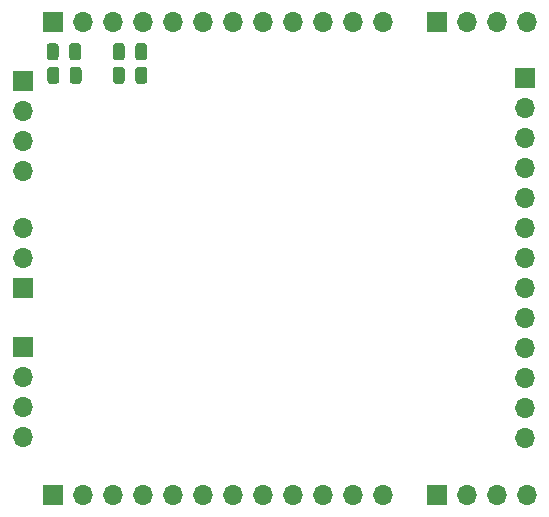
<source format=gbr>
%TF.GenerationSoftware,KiCad,Pcbnew,(5.1.9)-1*%
%TF.CreationDate,2021-09-03T13:39:35-04:00*%
%TF.ProjectId,Preamp_Shield,50726561-6d70-45f5-9368-69656c642e6b,rev?*%
%TF.SameCoordinates,Original*%
%TF.FileFunction,Soldermask,Bot*%
%TF.FilePolarity,Negative*%
%FSLAX46Y46*%
G04 Gerber Fmt 4.6, Leading zero omitted, Abs format (unit mm)*
G04 Created by KiCad (PCBNEW (5.1.9)-1) date 2021-09-03 13:39:35*
%MOMM*%
%LPD*%
G01*
G04 APERTURE LIST*
%ADD10O,1.700000X1.700000*%
%ADD11R,1.700000X1.700000*%
G04 APERTURE END LIST*
%TO.C,C8*%
G36*
G01*
X106400000Y-77975000D02*
X106400000Y-77025000D01*
G75*
G02*
X106650000Y-76775000I250000J0D01*
G01*
X107150000Y-76775000D01*
G75*
G02*
X107400000Y-77025000I0J-250000D01*
G01*
X107400000Y-77975000D01*
G75*
G02*
X107150000Y-78225000I-250000J0D01*
G01*
X106650000Y-78225000D01*
G75*
G02*
X106400000Y-77975000I0J250000D01*
G01*
G37*
G36*
G01*
X104500000Y-77975000D02*
X104500000Y-77025000D01*
G75*
G02*
X104750000Y-76775000I250000J0D01*
G01*
X105250000Y-76775000D01*
G75*
G02*
X105500000Y-77025000I0J-250000D01*
G01*
X105500000Y-77975000D01*
G75*
G02*
X105250000Y-78225000I-250000J0D01*
G01*
X104750000Y-78225000D01*
G75*
G02*
X104500000Y-77975000I0J250000D01*
G01*
G37*
%TD*%
%TO.C,C6*%
G36*
G01*
X106450000Y-79975000D02*
X106450000Y-79025000D01*
G75*
G02*
X106700000Y-78775000I250000J0D01*
G01*
X107200000Y-78775000D01*
G75*
G02*
X107450000Y-79025000I0J-250000D01*
G01*
X107450000Y-79975000D01*
G75*
G02*
X107200000Y-80225000I-250000J0D01*
G01*
X106700000Y-80225000D01*
G75*
G02*
X106450000Y-79975000I0J250000D01*
G01*
G37*
G36*
G01*
X104550000Y-79975000D02*
X104550000Y-79025000D01*
G75*
G02*
X104800000Y-78775000I250000J0D01*
G01*
X105300000Y-78775000D01*
G75*
G02*
X105550000Y-79025000I0J-250000D01*
G01*
X105550000Y-79975000D01*
G75*
G02*
X105300000Y-80225000I-250000J0D01*
G01*
X104800000Y-80225000D01*
G75*
G02*
X104550000Y-79975000I0J250000D01*
G01*
G37*
%TD*%
D10*
%TO.C,J6*%
X145000000Y-110240000D03*
X145000000Y-107700000D03*
X145000000Y-105160000D03*
X145000000Y-102620000D03*
X145000000Y-100080000D03*
X145000000Y-97540000D03*
X145000000Y-95000000D03*
X145000000Y-92460000D03*
X145000000Y-89920000D03*
X145000000Y-87380000D03*
X145000000Y-84840000D03*
X145000000Y-82300000D03*
D11*
X145000000Y-79760000D03*
%TD*%
%TO.C,C9*%
G36*
G01*
X112000000Y-77975000D02*
X112000000Y-77025000D01*
G75*
G02*
X112250000Y-76775000I250000J0D01*
G01*
X112750000Y-76775000D01*
G75*
G02*
X113000000Y-77025000I0J-250000D01*
G01*
X113000000Y-77975000D01*
G75*
G02*
X112750000Y-78225000I-250000J0D01*
G01*
X112250000Y-78225000D01*
G75*
G02*
X112000000Y-77975000I0J250000D01*
G01*
G37*
G36*
G01*
X110100000Y-77975000D02*
X110100000Y-77025000D01*
G75*
G02*
X110350000Y-76775000I250000J0D01*
G01*
X110850000Y-76775000D01*
G75*
G02*
X111100000Y-77025000I0J-250000D01*
G01*
X111100000Y-77975000D01*
G75*
G02*
X110850000Y-78225000I-250000J0D01*
G01*
X110350000Y-78225000D01*
G75*
G02*
X110100000Y-77975000I0J250000D01*
G01*
G37*
%TD*%
%TO.C,C7*%
G36*
G01*
X112000000Y-79975000D02*
X112000000Y-79025000D01*
G75*
G02*
X112250000Y-78775000I250000J0D01*
G01*
X112750000Y-78775000D01*
G75*
G02*
X113000000Y-79025000I0J-250000D01*
G01*
X113000000Y-79975000D01*
G75*
G02*
X112750000Y-80225000I-250000J0D01*
G01*
X112250000Y-80225000D01*
G75*
G02*
X112000000Y-79975000I0J250000D01*
G01*
G37*
G36*
G01*
X110100000Y-79975000D02*
X110100000Y-79025000D01*
G75*
G02*
X110350000Y-78775000I250000J0D01*
G01*
X110850000Y-78775000D01*
G75*
G02*
X111100000Y-79025000I0J-250000D01*
G01*
X111100000Y-79975000D01*
G75*
G02*
X110850000Y-80225000I-250000J0D01*
G01*
X110350000Y-80225000D01*
G75*
G02*
X110100000Y-79975000I0J250000D01*
G01*
G37*
%TD*%
D10*
%TO.C,J8*%
X132940000Y-75000000D03*
X130400000Y-75000000D03*
X127860000Y-75000000D03*
X125320000Y-75000000D03*
X122780000Y-75000000D03*
X120240000Y-75000000D03*
X117700000Y-75000000D03*
X115160000Y-75000000D03*
X112620000Y-75000000D03*
X110080000Y-75000000D03*
X107540000Y-75000000D03*
D11*
X105000000Y-75000000D03*
%TD*%
D10*
%TO.C,J7*%
X132940000Y-115000000D03*
X130400000Y-115000000D03*
X127860000Y-115000000D03*
X125320000Y-115000000D03*
X122780000Y-115000000D03*
X120240000Y-115000000D03*
X117700000Y-115000000D03*
X115160000Y-115000000D03*
X112620000Y-115000000D03*
X110080000Y-115000000D03*
X107540000Y-115000000D03*
D11*
X105000000Y-115000000D03*
%TD*%
D10*
%TO.C,J5*%
X102500000Y-92460000D03*
X102500000Y-95000000D03*
D11*
X102500000Y-97540000D03*
%TD*%
D10*
%TO.C,J4*%
X102500000Y-110120000D03*
X102500000Y-107580000D03*
X102500000Y-105040000D03*
D11*
X102500000Y-102500000D03*
%TD*%
D10*
%TO.C,J3*%
X102500000Y-87620000D03*
X102500000Y-85080000D03*
X102500000Y-82540000D03*
D11*
X102500000Y-80000000D03*
%TD*%
D10*
%TO.C,J2*%
X145120000Y-115000000D03*
X142580000Y-115000000D03*
X140040000Y-115000000D03*
D11*
X137500000Y-115000000D03*
%TD*%
D10*
%TO.C,J1*%
X145120000Y-75000000D03*
X142580000Y-75000000D03*
X140040000Y-75000000D03*
D11*
X137500000Y-75000000D03*
%TD*%
M02*

</source>
